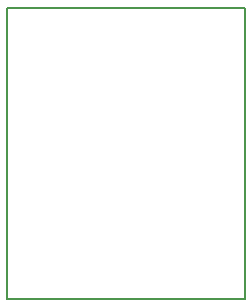
<source format=gbr>
%TF.GenerationSoftware,KiCad,Pcbnew,7.0.8*%
%TF.CreationDate,2024-07-12T13:32:42-07:00*%
%TF.ProjectId,RFBackscatterV1,52464261-636b-4736-9361-747465725631,rev?*%
%TF.SameCoordinates,Original*%
%TF.FileFunction,Profile,NP*%
%FSLAX46Y46*%
G04 Gerber Fmt 4.6, Leading zero omitted, Abs format (unit mm)*
G04 Created by KiCad (PCBNEW 7.0.8) date 2024-07-12 13:32:42*
%MOMM*%
%LPD*%
G01*
G04 APERTURE LIST*
%TA.AperFunction,Profile*%
%ADD10C,0.200000*%
%TD*%
G04 APERTURE END LIST*
D10*
X161650000Y-72250000D02*
X181800000Y-72250000D01*
X181800000Y-96900000D01*
X161650000Y-96900000D01*
X161650000Y-72250000D01*
M02*

</source>
